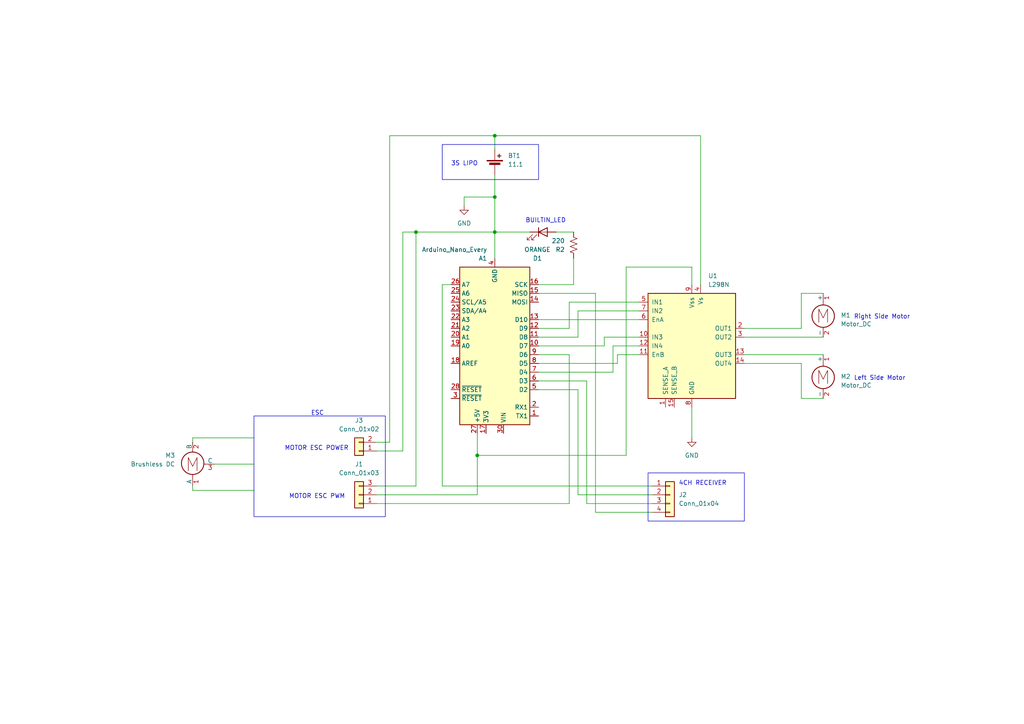
<source format=kicad_sch>
(kicad_sch (version 20230121) (generator eeschema)
  (paper "A4")
  (title_block (title "BattleBot Electrical Diagram") (date "2023-11-18") (rev "2"))
  (lib_symbols
    (symbol "Connector_Generic:Conn_01x02" (pin_names (offset 1.016) hide)
      (property "Reference" "J" (at 0 2.54 0))
      (property "Value" "Conn_01x02" (at 0 -5.08 0))
      (symbol "Conn_01x02_1_1"
        (rectangle (start -1.27 -2.413) (end 0 -2.667) (stroke (width 0.1524)))
        (rectangle (start -1.27 0.127) (end 0 -0.127) (stroke (width 0.1524)))
        (rectangle (start -1.27 1.27) (end 1.27 -3.81) (stroke (width 0.254)) (fill (type background)))
        (pin passive line (at -5.08 0 0) (length 3.81) (name "Pin_1") (number "1"))
        (pin passive line (at -5.08 -2.54 0) (length 3.81) (name "Pin_2") (number "2"))
      )
    )
    (symbol "Connector_Generic:Conn_01x03" (pin_names (offset 1.016) hide)
      (property "Reference" "J" (at 0 5.08 0))
      (property "Value" "Conn_01x03" (at 0 -5.08 0))
      (symbol "Conn_01x03_1_1"
        (rectangle (start -1.27 -2.413) (end 0 -2.667) (stroke (width 0.1524)))
        (rectangle (start -1.27 0.127) (end 0 -0.127) (stroke (width 0.1524)))
        (rectangle (start -1.27 2.667) (end 0 2.413) (stroke (width 0.1524)))
        (rectangle (start -1.27 3.81) (end 1.27 -3.81) (stroke (width 0.254)) (fill (type background)))
        (pin passive line (at -5.08 2.54 0) (length 3.81) (name "Pin_1") (number "1"))
        (pin passive line (at -5.08 0 0) (length 3.81) (name "Pin_2") (number "2"))
        (pin passive line (at -5.08 -2.54 0) (length 3.81) (name "Pin_3") (number "3"))
      )
    )
    (symbol "Connector_Generic:Conn_01x04" (pin_names (offset 1.016) hide)
      (property "Reference" "J" (at 0 5.08 0))
      (property "Value" "Conn_01x04" (at 0 -7.62 0))
      (symbol "Conn_01x04_1_1"
        (rectangle (start -1.27 -4.953) (end 0 -5.207) (stroke (width 0.1524)))
        (rectangle (start -1.27 -2.413) (end 0 -2.667) (stroke (width 0.1524)))
        (rectangle (start -1.27 0.127) (end 0 -0.127) (stroke (width 0.1524)))
        (rectangle (start -1.27 2.667) (end 0 2.413) (stroke (width 0.1524)))
        (rectangle (start -1.27 3.81) (end 1.27 -6.35) (stroke (width 0.254)) (fill (type background)))
        (pin passive line (at -5.08 2.54 0) (length 3.81) (name "Pin_1") (number "1"))
        (pin passive line (at -5.08 0 0) (length 3.81) (name "Pin_2") (number "2"))
        (pin passive line (at -5.08 -2.54 0) (length 3.81) (name "Pin_3") (number "3"))
        (pin passive line (at -5.08 -5.08 0) (length 3.81) (name "Pin_4") (number "4"))
      )
    )
    (symbol "Device:Battery_Cell" (pin_numbers hide) (pin_names (offset 0) hide)
      (property "Reference" "BT" (at 2.54 2.54 0))
      (property "Value" "Battery_Cell" (at 2.54 0 0))
      (symbol "Battery_Cell_0_1"
        (rectangle (start -2.286 1.778) (end 2.286 1.524) (fill (type outline)))
        (rectangle (start -1.524 1.016) (end 1.524 0.508) (fill (type outline)))
        (polyline (pts (xy 0 0.762) (xy 0 0)))
        (polyline (pts (xy 0 1.778) (xy 0 2.54)))
        (polyline (pts (xy 0.762 3.048) (xy 1.778 3.048)) (stroke (width 0.254)))
        (polyline (pts (xy 1.27 3.556) (xy 1.27 2.54)) (stroke (width 0.254)))
      )
      (symbol "Battery_Cell_1_1"
        (pin passive line (at 0 5.08 270) (length 2.54) (name "+") (number "1"))
        (pin passive line (at 0 -2.54 90) (length 2.54) (name "-") (number "2"))
      )
    )
    (symbol "Device:LED" (pin_numbers hide) (pin_names (offset 1.016) hide)
      (property "Reference" "D" (at 0 2.54 0))
      (property "Value" "LED" (at 0 -2.54 0))
      (symbol "LED_0_1"
        (polyline (pts (xy -1.27 -1.27) (xy -1.27 1.27)) (stroke (width 0.254)))
        (polyline (pts (xy -1.27 0) (xy 1.27 0)))
        (polyline (pts (xy 1.27 -1.27) (xy 1.27 1.27) (xy -1.27 0) (xy 1.27 -1.27)) (stroke (width 0.254)))
        (polyline (pts (xy -3.048 -0.762) (xy -4.572 -2.286) (xy -3.81 -2.286) (xy -4.572 -2.286) (xy -4.572 -1.524)))
        (polyline (pts (xy -1.778 -0.762) (xy -3.302 -2.286) (xy -2.54 -2.286) (xy -3.302 -2.286) (xy -3.302 -1.524)))
      )
      (symbol "LED_1_1"
        (pin passive line (at -3.81 0 0) (length 2.54) (name "K") (number "1"))
        (pin passive line (at 3.81 0 180) (length 2.54) (name "A") (number "2"))
      )
    )
    (symbol "Device:R_US" (pin_numbers hide) (pin_names (offset 0))
      (property "Reference" "R" (at 2.54 0 90))
      (property "Value" "R_US" (at -2.54 0 90))
      (symbol "R_US_0_1"
        (polyline (pts (xy 0 -2.286) (xy 0 -2.54)))
        (polyline (pts (xy 0 2.286) (xy 0 2.54)))
        (polyline (pts (xy 0 -0.762) (xy 1.016 -1.143) (xy 0 -1.524) (xy -1.016 -1.905) (xy 0 -2.286)))
        (polyline (pts (xy 0 0.762) (xy 1.016 0.381) (xy 0 0) (xy -1.016 -0.381) (xy 0 -0.762)))
        (polyline (pts (xy 0 2.286) (xy 1.016 1.905) (xy 0 1.524) (xy -1.016 1.143) (xy 0 0.762)))
      )
      (symbol "R_US_1_1"
        (pin passive line (at 0 3.81 270) (length 1.27) (name "~") (number "1"))
        (pin passive line (at 0 -3.81 90) (length 1.27) (name "~") (number "2"))
      )
    )
    (symbol "Driver_Motor:L298N" (pin_names (offset 1.016))
      (property "Reference" "U" (at -10.16 16.51 0))
      (property "Value" "L298N" (at 12.7 16.51 0))
      (symbol "L298N_0_1"
        (rectangle (start -12.7 15.24) (end 12.7 -15.24) (stroke (width 0.254)) (fill (type background)))
      )
      (symbol "L298N_1_1"
        (pin power_in line (at -7.62 -17.78 90) (length 2.54) (name "SENSE_A") (number "1"))
        (pin input line (at -15.24 2.54 0) (length 2.54) (name "IN3") (number "10"))
        (pin input line (at -15.24 -2.54 0) (length 2.54) (name "EnB") (number "11"))
        (pin input line (at -15.24 0 0) (length 2.54) (name "IN4") (number "12"))
        (pin output line (at 15.24 -2.54 180) (length 2.54) (name "OUT3") (number "13"))
        (pin output line (at 15.24 -5.08 180) (length 2.54) (name "OUT4") (number "14"))
        (pin power_in line (at -5.08 -17.78 90) (length 2.54) (name "SENSE_B") (number "15"))
        (pin output line (at 15.24 5.08 180) (length 2.54) (name "OUT1") (number "2"))
        (pin output line (at 15.24 2.54 180) (length 2.54) (name "OUT2") (number "3"))
        (pin power_in line (at 2.54 17.78 270) (length 2.54) (name "Vs") (number "4"))
        (pin input line (at -15.24 12.7 0) (length 2.54) (name "IN1") (number "5"))
        (pin input line (at -15.24 7.62 0) (length 2.54) (name "EnA") (number "6"))
        (pin input line (at -15.24 10.16 0) (length 2.54) (name "IN2") (number "7"))
        (pin power_in line (at 0 -17.78 90) (length 2.54) (name "GND") (number "8"))
        (pin power_in line (at 0 17.78 270) (length 2.54) (name "Vss") (number "9"))
      )
    )
    (symbol "MCU_Module:Arduino_Nano_Every"
      (property "Reference" "A" (at -10.16 23.495 0))
      (property "Value" "Arduino_Nano_Every" (at 5.08 -24.13 0))
      (symbol "Arduino_Nano_Every_0_1"
        (rectangle (start -10.16 22.86) (end 10.16 -22.86) (stroke (width 0.254)) (fill (type background)))
      )
      (symbol "Arduino_Nano_Every_1_1"
        (pin bidirectional line (at -12.7 20.32 0) (length 2.54) (name "TX1") (number "1"))
        (pin bidirectional line (at -12.7 0 0) (length 2.54) (name "D7") (number "10"))
        (pin bidirectional line (at -12.7 -2.54 0) (length 2.54) (name "D8") (number "11"))
        (pin bidirectional line (at -12.7 -5.08 0) (length 2.54) (name "D9") (number "12"))
        (pin bidirectional line (at -12.7 -7.62 0) (length 2.54) (name "D10") (number "13"))
        (pin bidirectional line (at -12.7 -12.7 0) (length 2.54) (name "MOSI") (number "14"))
        (pin bidirectional line (at -12.7 -15.24 0) (length 2.54) (name "MISO") (number "15"))
        (pin bidirectional line (at -12.7 -17.78 0) (length 2.54) (name "SCK") (number "16"))
        (pin power_out line (at 2.54 25.4 270) (length 2.54) (name "3V3") (number "17"))
        (pin input line (at 12.7 5.08 180) (length 2.54) (name "AREF") (number "18"))
        (pin bidirectional line (at 12.7 0 180) (length 2.54) (name "A0") (number "19"))
        (pin bidirectional line (at -12.7 17.78 0) (length 2.54) (name "RX1") (number "2"))
        (pin bidirectional line (at 12.7 -2.54 180) (length 2.54) (name "A1") (number "20"))
        (pin bidirectional line (at 12.7 -5.08 180) (length 2.54) (name "A2") (number "21"))
        (pin bidirectional line (at 12.7 -7.62 180) (length 2.54) (name "A3") (number "22"))
        (pin bidirectional line (at 12.7 -10.16 180) (length 2.54) (name "SDA/A4") (number "23"))
        (pin bidirectional line (at 12.7 -12.7 180) (length 2.54) (name "SCL/A5") (number "24"))
        (pin bidirectional line (at 12.7 -15.24 180) (length 2.54) (name "A6") (number "25"))
        (pin bidirectional line (at 12.7 -17.78 180) (length 2.54) (name "A7") (number "26"))
        (pin power_out line (at 5.08 25.4 270) (length 2.54) (name "+5V") (number "27"))
        (pin input line (at 12.7 12.7 180) (length 2.54) (name "~{RESET}") (number "28"))
        (pin passive line (at 0 -25.4 90) (length 2.54) hide (name "GND") (number "29"))
        (pin input line (at 12.7 15.24 180) (length 2.54) (name "~{RESET}") (number "3"))
        (pin power_in line (at -2.54 25.4 270) (length 2.54) (name "VIN") (number "30"))
        (pin power_in line (at 0 -25.4 90) (length 2.54) (name "GND") (number "4"))
        (pin bidirectional line (at -12.7 12.7 0) (length 2.54) (name "D2") (number "5"))
        (pin bidirectional line (at -12.7 10.16 0) (length 2.54) (name "D3") (number "6"))
        (pin bidirectional line (at -12.7 7.62 0) (length 2.54) (name "D4") (number "7"))
        (pin bidirectional line (at -12.7 5.08 0) (length 2.54) (name "D5") (number "8"))
        (pin bidirectional line (at -12.7 2.54 0) (length 2.54) (name "D6") (number "9"))
      )
    )
    (symbol "Motor:Motor_DC" (pin_names (offset 0))
      (property "Reference" "M" (at 2.54 2.54 0))
      (property "Value" "Motor_DC" (at 2.54 -5.08 0))
      (symbol "Motor_DC_0_0"
        (polyline (pts (xy -1.27 -3.302) (xy -1.27 0.508) (xy 0 -2.032) (xy 1.27 0.508) (xy 1.27 -3.302)))
      )
      (symbol "Motor_DC_0_1"
        (circle (center 0 -1.524) (radius 3.2512) (stroke (width 0.254)))
        (polyline (pts (xy 0 -7.62) (xy 0 -7.112)))
        (polyline (pts (xy 0 -4.7752) (xy 0 -5.1816)))
        (polyline (pts (xy 0 1.7272) (xy 0 2.0828)))
        (polyline (pts (xy 0 2.032) (xy 0 2.54)))
      )
      (symbol "Motor_DC_1_1"
        (pin passive line (at 0 5.08 270) (length 2.54) (name "+") (number "1"))
        (pin passive line (at 0 -7.62 90) (length 2.54) (name "-") (number "2"))
      )
    )
    (symbol "Motor_DC_1" (pin_names (offset 0))
      (property "Reference" "M3" (at 5.08 -3.81 0))
      (property "Value" "Motor_DC" (at 5.08 -1.27 0))
      (symbol "Motor_DC_1_0_0"
        (polyline (pts (xy 1.27 0.635) (xy 1.27 -3.175) (xy 0 -0.635) (xy -1.27 -3.175) (xy -1.27 0.635)))
      )
      (symbol "Motor_DC_1_0_1"
        (circle (center 0 -1.524) (radius 3.2512) (stroke (width 0.254)))
        (polyline (pts (xy 0 -7.62) (xy 0 -7.112)))
        (polyline (pts (xy 0 -4.7752) (xy 0 -5.1816)))
        (polyline (pts (xy 0 1.7272) (xy 0 2.0828)))
        (polyline (pts (xy 0 2.032) (xy 0 2.54)))
      )
      (symbol "Motor_DC_1_1_1"
        (polyline (pts (xy -3.81 -1.27) (xy -3.175 -1.27)))
        (pin passive line (at 0 5.08 270) (length 2.54) (name "A") (number "1"))
        (pin passive line (at 0 -7.62 90) (length 2.54) (name "B") (number "2"))
        (pin passive line (at -6.35 -1.27 0) (length 2.54) (name "C") (number "3"))
      )
    )
    (symbol "power:GND" (power) (pin_names (offset 0))
      (property "Value" "GND" (at 0 -3.81 0))
      (symbol "GND_0_1"
        (polyline (pts (xy 0 0) (xy 0 -1.27) (xy 1.27 -1.27) (xy 0 -2.54) (xy -1.27 -1.27) (xy 0 -1.27)))
      )
      (symbol "GND_1_1"
        (pin power_in line (at 0 0 270) (length 0) hide (name "GND") (number "1"))
      )
    )
  )
  (junction (at 138.43 132.08))
  (junction (at 120.65 67.31))
  (junction (at 143.51 67.31))
  (junction (at 143.51 57.15))
  (junction (at 143.51 39.37))
  (wire (pts (xy 55.88 142.24) (xy 73.66 142.24)))
  (wire (pts (xy 143.51 50.8) (xy 143.51 57.15)))
  (wire (pts (xy 128.27 140.97) (xy 128.27 82.55)))
  (wire (pts (xy 215.9 102.87) (xy 238.76 102.87)))
  (wire (pts (xy 165.1 87.63) (xy 185.42 87.63)))
  (wire (pts (xy 179.07 102.87) (xy 185.42 102.87)))
  (wire (pts (xy 172.72 85.09) (xy 156.21 85.09)))
  (wire (pts (xy 134.62 57.15) (xy 143.51 57.15)))
  (wire (pts (xy 166.37 67.31) (xy 161.29 67.31)))
  (wire (pts (xy 156.21 100.33) (xy 175.26 100.33)))
  (wire (pts (xy 215.9 97.79) (xy 238.76 97.79)))
  (wire (pts (xy 165.1 95.25) (xy 165.1 87.63)))
  (wire (pts (xy 177.8 100.33) (xy 185.42 100.33)))
  (wire (pts (xy 179.07 105.41) (xy 179.07 102.87)))
  (wire (pts (xy 175.26 97.79) (xy 185.42 97.79)))
  (wire (pts (xy 167.64 90.17) (xy 185.42 90.17)))
  (wire (pts (xy 120.65 140.97) (xy 120.65 67.31)))
  (wire (pts (xy 181.61 132.08) (xy 138.43 132.08)))
  (wire (pts (xy 143.51 57.15) (xy 143.51 67.31)))
  (wire (pts (xy 134.62 59.69) (xy 134.62 57.15)))
  (wire (pts (xy 156.21 105.41) (xy 179.07 105.41)))
  (wire (pts (xy 167.64 143.51) (xy 167.64 113.03)))
  (wire (pts (xy 165.1 146.05) (xy 165.1 102.87)))
  (wire (pts (xy 166.37 74.93) (xy 166.37 82.55)))
  (wire (pts (xy 156.21 92.71) (xy 185.42 92.71)))
  (wire (pts (xy 156.21 95.25) (xy 165.1 95.25)))
  (wire (pts (xy 203.2 39.37) (xy 203.2 82.55)))
  (wire (pts (xy 156.21 110.49) (xy 170.18 110.49)))
  (wire (pts (xy 172.72 148.59) (xy 172.72 85.09)))
  (wire (pts (xy 143.51 43.18) (xy 143.51 39.37)))
  (wire (pts (xy 143.51 67.31) (xy 143.51 74.93)))
  (wire (pts (xy 116.84 130.81) (xy 116.84 67.31)))
  (wire (pts (xy 113.03 39.37) (xy 143.51 39.37)))
  (wire (pts (xy 189.23 143.51) (xy 167.64 143.51)))
  (wire (pts (xy 166.37 82.55) (xy 156.21 82.55)))
  (wire (pts (xy 238.76 115.57) (xy 232.41 115.57)))
  (wire (pts (xy 109.22 130.81) (xy 116.84 130.81)))
  (wire (pts (xy 156.21 107.95) (xy 177.8 107.95)))
  (wire (pts (xy 116.84 67.31) (xy 120.65 67.31)))
  (wire (pts (xy 189.23 148.59) (xy 172.72 148.59)))
  (wire (pts (xy 189.23 146.05) (xy 170.18 146.05)))
  (wire (pts (xy 215.9 95.25) (xy 232.41 95.25)))
  (wire (pts (xy 189.23 140.97) (xy 128.27 140.97)))
  (wire (pts (xy 167.64 97.79) (xy 167.64 90.17)))
  (wire (pts (xy 200.66 82.55) (xy 200.66 77.47)))
  (wire (pts (xy 181.61 77.47) (xy 181.61 132.08)))
  (wire (pts (xy 109.22 146.05) (xy 165.1 146.05)))
  (wire (pts (xy 156.21 97.79) (xy 167.64 97.79)))
  (wire (pts (xy 177.8 107.95) (xy 177.8 100.33)))
  (wire (pts (xy 109.22 128.27) (xy 113.03 128.27)))
  (wire (pts (xy 55.88 140.97) (xy 55.88 142.24)))
  (wire (pts (xy 138.43 143.51) (xy 138.43 132.08)))
  (wire (pts (xy 170.18 146.05) (xy 170.18 110.49)))
  (wire (pts (xy 128.27 82.55) (xy 130.81 82.55)))
  (wire (pts (xy 153.67 67.31) (xy 143.51 67.31)))
  (wire (pts (xy 143.51 39.37) (xy 203.2 39.37)))
  (wire (pts (xy 120.65 140.97) (xy 109.22 140.97)))
  (wire (pts (xy 175.26 100.33) (xy 175.26 97.79)))
  (wire (pts (xy 200.66 77.47) (xy 181.61 77.47)))
  (wire (pts (xy 55.88 127) (xy 73.66 127)))
  (wire (pts (xy 62.23 134.62) (xy 73.66 134.62)))
  (wire (pts (xy 232.41 85.09) (xy 238.76 85.09)))
  (wire (pts (xy 232.41 105.41) (xy 215.9 105.41)))
  (wire (pts (xy 109.22 143.51) (xy 138.43 143.51)))
  (wire (pts (xy 167.64 113.03) (xy 156.21 113.03)))
  (wire (pts (xy 113.03 128.27) (xy 113.03 39.37)))
  (wire (pts (xy 156.21 102.87) (xy 165.1 102.87)))
  (wire (pts (xy 232.41 95.25) (xy 232.41 85.09)))
  (wire (pts (xy 55.88 128.27) (xy 55.88 127)))
  (wire (pts (xy 232.41 115.57) (xy 232.41 105.41)))
  (wire (pts (xy 138.43 132.08) (xy 138.43 125.73)))
  (wire (pts (xy 200.66 118.11) (xy 200.66 127)))
  (wire (pts (xy 120.65 67.31) (xy 143.51 67.31)))
  (rectangle (start 187.96 137.16) (end 215.9 151.13))
  (rectangle (start 128.27 41.91) (end 156.21 52.07))
  (rectangle (start 73.66 120.65) (end 111.76 149.86))
  (text "MOTOR ESC POWER" (at 82.55 130.81 0) (effects (font (size 1.27 1.27)) (justify left bottom)))
  (text "4CH RECEIVER" (at 196.85 140.97 0) (effects (font (size 1.27 1.27)) (justify left bottom)))
  (text "MOTOR ESC PWM" (at 83.82 144.78 0) (effects (font (size 1.27 1.27)) (justify left bottom)))
  (text "3S LIPO\n" (at 130.81 48.26 0) (effects (font (size 1.27 1.27)) (justify left bottom)))
  (text "\nRight Side Motor" (at 247.65 92.71 0) (effects (font (size 1.27 1.27)) (justify left bottom)))
  (text "ESC" (at 90.17 120.65 0) (effects (font (size 1.27 1.27)) (justify left bottom)))
  (text "Left Side Motor" (at 247.65 110.49 0) (effects (font (size 1.27 1.27)) (justify left bottom)))
  (text "BUILTIN_LED" (at 152.4 64.77 0) (effects (font (size 1.27 1.27)) (justify left bottom)))
  (symbol (lib_id "Connector_Generic:Conn_01x02") (at 104.14 130.81 180) (unit 1)
    (property "Reference" "J3" (at 104.14 121.92 0))
    (property "Value" "Conn_01x02" (at 104.14 124.46 0))
    (property "Footprint" "Connector_Wire:SolderWire-0.5sqmm_1x02_P4.6mm_D0.9mm_OD2.1mm" (effects hide))
  )
  (symbol (lib_id "Device:Battery_Cell") (at 143.51 48.26 0) (unit 1)
    (property "Reference" "BT1" (at 147.32 45.1485 0) (effects (justify left)))
    (property "Value" "11.1" (at 147.32 47.6885 0) (effects (justify left)))
  )
  (symbol (lib_id "power:GND") (at 200.66 127 0) (unit 1)
    (property "Reference" "#PWR01" (effects hide))
    (property "Value" "GND" (at 200.66 132.08 0))
  )
  (symbol (lib_id "Connector_Generic:Conn_01x03") (at 104.14 143.51 180) (unit 1)
    (property "Reference" "J1" (at 104.14 134.62 0))
    (property "Value" "Conn_01x03" (at 104.14 137.16 0))
    (property "Footprint" "Connector_PinSocket_2.54mm:PinSocket_1x03_P2.54mm_Vertical" (effects hide))
  )
  (symbol (lib_id "Connector_Generic:Conn_01x04") (at 194.31 143.51 0) (unit 1)
    (property "Reference" "J2" (at 196.85 143.51 0) (effects (justify left)))
    (property "Value" "Conn_01x04" (at 196.85 146.05 0) (effects (justify left)))
    (property "Footprint" "Connector_PinHeader_2.54mm:PinHeader_1x04_P2.54mm_Vertical" (effects hide))
  )
  (symbol (lib_name "Motor_DC_1") (lib_id "Motor:Motor_DC") (at 55.88 135.89 180) (unit 1)
    (property "Reference" "M3" (at 50.8 132.08 0) (effects (justify left)))
    (property "Value" "Brushless DC" (at 50.8 134.62 0) (effects (justify left)))
  )
  (symbol (lib_id "Motor:Motor_DC") (at 238.76 107.95 0) (unit 1)
    (property "Reference" "M2" (at 243.84 109.22 0) (effects (justify left)))
    (property "Value" "Motor_DC" (at 243.84 111.76 0) (effects (justify left)))
  )
  (symbol (lib_id "Driver_Motor:L298N") (at 200.66 100.33 0) (unit 1)
    (property "Reference" "U1" (at 205.3941 80.01 0) (effects (justify left)))
    (property "Value" "L298N" (at 205.3941 82.55 0) (effects (justify left)))
    (property "Footprint" "Package_TO_SOT_THT:TO-220-15_P2.54x2.54mm_StaggerOdd_Lead4.58mm_Vertical" (effects hide))
    (property "Datasheet" "http://www.st.com/st-web-ui/static/active/en/resource/technical/document/datasheet/CD00000240.pdf" (effects hide))
  )
  (symbol (lib_id "Motor:Motor_DC") (at 238.76 90.17 0) (unit 1)
    (property "Reference" "M1" (at 243.84 91.44 0) (effects (justify left)))
    (property "Value" "Motor_DC" (at 243.84 93.98 0) (effects (justify left)))
  )
  (symbol (lib_id "MCU_Module:Arduino_Nano_Every") (at 143.51 100.33 180) (unit 1)
    (property "Reference" "A1" (at 141.3159 74.93 0) (effects (justify left)))
    (property "Value" "Arduino_Nano_Every" (at 141.3159 72.39 0) (effects (justify left)))
    (property "Footprint" "Module:Arduino_Nano" (effects hide))
    (property "Datasheet" "https://content.arduino.cc/assets/NANOEveryV3.0_sch.pdf" (effects hide))
  )
  (symbol (lib_id "power:GND") (at 134.62 59.69 0) (unit 1)
    (property "Reference" "#PWR02" (effects hide))
    (property "Value" "GND" (at 134.62 64.77 0))
  )
  (symbol (lib_id "Device:R_US") (at 166.37 71.12 0) (unit 1)
    (property "Reference" "R2" (at 163.83 72.39 0) (effects (justify right)))
    (property "Value" "220" (at 163.83 69.85 0) (effects (justify right)))
  )
  (symbol (lib_id "Device:LED") (at 157.48 67.31 0) (unit 1)
    (property "Reference" "D1" (at 155.8925 74.93 0))
    (property "Value" "ORANGE" (at 155.8925 72.39 0))
  )
)
</source>
